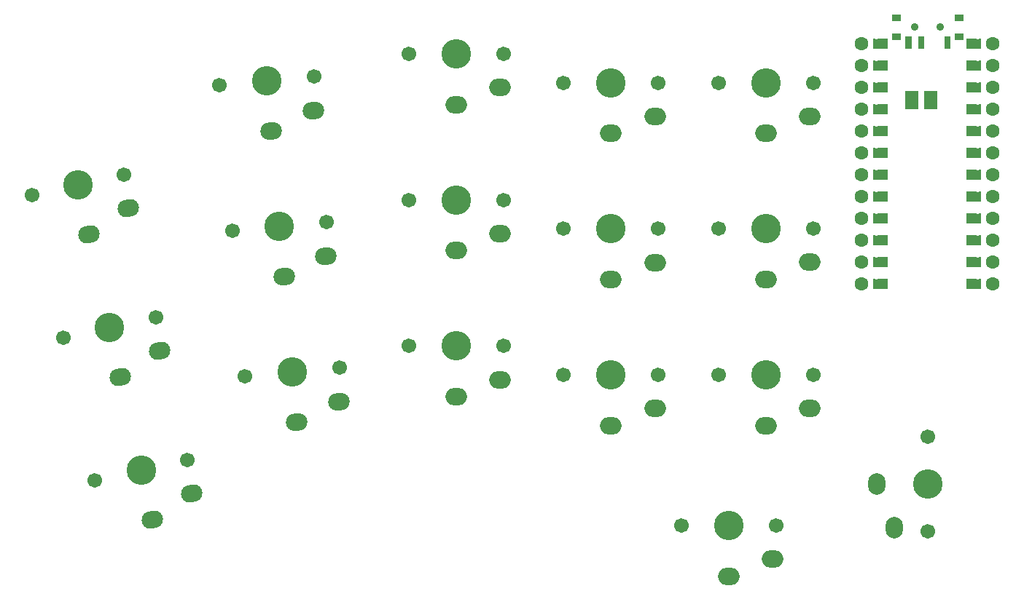
<source format=gbr>
G04 #@! TF.GenerationSoftware,KiCad,Pcbnew,6.0.0-d3dd2cf0fa~116~ubuntu20.04.1*
G04 #@! TF.CreationDate,2022-01-05T19:53:26-05:00*
G04 #@! TF.ProjectId,34,33342e6b-6963-4616-945f-706362585858,0.1*
G04 #@! TF.SameCoordinates,Original*
G04 #@! TF.FileFunction,Soldermask,Top*
G04 #@! TF.FilePolarity,Negative*
%FSLAX46Y46*%
G04 Gerber Fmt 4.6, Leading zero omitted, Abs format (unit mm)*
G04 Created by KiCad (PCBNEW 6.0.0-d3dd2cf0fa~116~ubuntu20.04.1) date 2022-01-05 19:53:26*
%MOMM*%
%LPD*%
G01*
G04 APERTURE LIST*
G04 Aperture macros list*
%AMHorizOval*
0 Thick line with rounded ends*
0 $1 width*
0 $2 $3 position (X,Y) of the first rounded end (center of the circle)*
0 $4 $5 position (X,Y) of the second rounded end (center of the circle)*
0 Add line between two ends*
20,1,$1,$2,$3,$4,$5,0*
0 Add two circle primitives to create the rounded ends*
1,1,$1,$2,$3*
1,1,$1,$4,$5*%
%AMFreePoly0*
4,1,6,0.600000,0.200000,0.000000,-0.400000,-0.600000,0.200000,-0.600000,0.400000,0.600000,0.400000,0.600000,0.200000,0.600000,0.200000,$1*%
%AMFreePoly1*
4,1,6,0.600000,-0.250000,-0.600000,-0.250000,-0.600000,1.000000,0.000000,0.400000,0.600000,1.000000,0.600000,-0.250000,0.600000,-0.250000,$1*%
G04 Aperture macros list end*
%ADD10C,0.100000*%
%ADD11C,1.701800*%
%ADD12C,3.429000*%
%ADD13HorizOval,2.000000X0.244074X0.054110X-0.244074X-0.054110X0*%
%ADD14HorizOval,2.000000X0.249049X0.021789X-0.249049X-0.021789X0*%
%ADD15O,2.500000X2.000000*%
%ADD16O,2.000000X2.500000*%
%ADD17C,1.600000*%
%ADD18FreePoly0,90.000000*%
%ADD19FreePoly0,270.000000*%
%ADD20FreePoly1,270.000000*%
%ADD21FreePoly1,90.000000*%
%ADD22C,0.900000*%
G04 APERTURE END LIST*
D10*
X132829702Y-61386557D02*
X132829702Y-63386557D01*
X132829702Y-63386557D02*
X131429702Y-63386557D01*
X131429702Y-63386557D02*
X131429702Y-61386557D01*
X131429702Y-61386557D02*
X132829702Y-61386557D01*
G36*
X132829702Y-63386557D02*
G01*
X131429702Y-63386557D01*
X131429702Y-61386557D01*
X132829702Y-61386557D01*
X132829702Y-63386557D01*
G37*
X132829702Y-63386557D02*
X131429702Y-63386557D01*
X131429702Y-61386557D01*
X132829702Y-61386557D01*
X132829702Y-63386557D01*
X135028260Y-61386557D02*
X135028260Y-63386557D01*
X135028260Y-63386557D02*
X133628260Y-63386557D01*
X133628260Y-63386557D02*
X133628260Y-61386557D01*
X133628260Y-61386557D02*
X135028260Y-61386557D01*
G36*
X135028260Y-63386557D02*
G01*
X133628260Y-63386557D01*
X133628260Y-61386557D01*
X135028260Y-61386557D01*
X135028260Y-63386557D01*
G37*
X135028260Y-63386557D02*
X133628260Y-63386557D01*
X133628260Y-61386557D01*
X135028260Y-61386557D01*
X135028260Y-63386557D01*
X128912099Y-55347003D02*
X128912099Y-56363003D01*
X128912099Y-56363003D02*
X127896099Y-56363003D01*
X127896099Y-56363003D02*
X127896099Y-55347003D01*
X127896099Y-55347003D02*
X128912099Y-55347003D01*
G36*
X128912099Y-56363003D02*
G01*
X127896099Y-56363003D01*
X127896099Y-55347003D01*
X128912099Y-55347003D01*
X128912099Y-56363003D01*
G37*
X128912099Y-56363003D02*
X127896099Y-56363003D01*
X127896099Y-55347003D01*
X128912099Y-55347003D01*
X128912099Y-56363003D01*
X128912099Y-68047003D02*
X128912099Y-69063003D01*
X128912099Y-69063003D02*
X127896099Y-69063003D01*
X127896099Y-69063003D02*
X127896099Y-68047003D01*
X127896099Y-68047003D02*
X128912099Y-68047003D01*
G36*
X128912099Y-69063003D02*
G01*
X127896099Y-69063003D01*
X127896099Y-68047003D01*
X128912099Y-68047003D01*
X128912099Y-69063003D01*
G37*
X128912099Y-69063003D02*
X127896099Y-69063003D01*
X127896099Y-68047003D01*
X128912099Y-68047003D01*
X128912099Y-69063003D01*
X128912099Y-62967003D02*
X128912099Y-63983003D01*
X128912099Y-63983003D02*
X127896099Y-63983003D01*
X127896099Y-63983003D02*
X127896099Y-62967003D01*
X127896099Y-62967003D02*
X128912099Y-62967003D01*
G36*
X128912099Y-63983003D02*
G01*
X127896099Y-63983003D01*
X127896099Y-62967003D01*
X128912099Y-62967003D01*
X128912099Y-63983003D01*
G37*
X128912099Y-63983003D02*
X127896099Y-63983003D01*
X127896099Y-62967003D01*
X128912099Y-62967003D01*
X128912099Y-63983003D01*
X139072099Y-56363003D02*
X139072099Y-55347003D01*
X139072099Y-55347003D02*
X140088099Y-55347003D01*
X140088099Y-55347003D02*
X140088099Y-56363003D01*
X140088099Y-56363003D02*
X139072099Y-56363003D01*
G36*
X140088099Y-56363003D02*
G01*
X139072099Y-56363003D01*
X139072099Y-55347003D01*
X140088099Y-55347003D01*
X140088099Y-56363003D01*
G37*
X140088099Y-56363003D02*
X139072099Y-56363003D01*
X139072099Y-55347003D01*
X140088099Y-55347003D01*
X140088099Y-56363003D01*
X139072099Y-71603003D02*
X139072099Y-70587003D01*
X139072099Y-70587003D02*
X140088099Y-70587003D01*
X140088099Y-70587003D02*
X140088099Y-71603003D01*
X140088099Y-71603003D02*
X139072099Y-71603003D01*
G36*
X140088099Y-71603003D02*
G01*
X139072099Y-71603003D01*
X139072099Y-70587003D01*
X140088099Y-70587003D01*
X140088099Y-71603003D01*
G37*
X140088099Y-71603003D02*
X139072099Y-71603003D01*
X139072099Y-70587003D01*
X140088099Y-70587003D01*
X140088099Y-71603003D01*
X128912099Y-70587003D02*
X128912099Y-71603003D01*
X128912099Y-71603003D02*
X127896099Y-71603003D01*
X127896099Y-71603003D02*
X127896099Y-70587003D01*
X127896099Y-70587003D02*
X128912099Y-70587003D01*
G36*
X128912099Y-71603003D02*
G01*
X127896099Y-71603003D01*
X127896099Y-70587003D01*
X128912099Y-70587003D01*
X128912099Y-71603003D01*
G37*
X128912099Y-71603003D02*
X127896099Y-71603003D01*
X127896099Y-70587003D01*
X128912099Y-70587003D01*
X128912099Y-71603003D01*
X139072099Y-76683003D02*
X139072099Y-75667003D01*
X139072099Y-75667003D02*
X140088099Y-75667003D01*
X140088099Y-75667003D02*
X140088099Y-76683003D01*
X140088099Y-76683003D02*
X139072099Y-76683003D01*
G36*
X140088099Y-76683003D02*
G01*
X139072099Y-76683003D01*
X139072099Y-75667003D01*
X140088099Y-75667003D01*
X140088099Y-76683003D01*
G37*
X140088099Y-76683003D02*
X139072099Y-76683003D01*
X139072099Y-75667003D01*
X140088099Y-75667003D01*
X140088099Y-76683003D01*
X139072099Y-69063003D02*
X139072099Y-68047003D01*
X139072099Y-68047003D02*
X140088099Y-68047003D01*
X140088099Y-68047003D02*
X140088099Y-69063003D01*
X140088099Y-69063003D02*
X139072099Y-69063003D01*
G36*
X140088099Y-69063003D02*
G01*
X139072099Y-69063003D01*
X139072099Y-68047003D01*
X140088099Y-68047003D01*
X140088099Y-69063003D01*
G37*
X140088099Y-69063003D02*
X139072099Y-69063003D01*
X139072099Y-68047003D01*
X140088099Y-68047003D01*
X140088099Y-69063003D01*
X128912099Y-75667003D02*
X128912099Y-76683003D01*
X128912099Y-76683003D02*
X127896099Y-76683003D01*
X127896099Y-76683003D02*
X127896099Y-75667003D01*
X127896099Y-75667003D02*
X128912099Y-75667003D01*
G36*
X128912099Y-76683003D02*
G01*
X127896099Y-76683003D01*
X127896099Y-75667003D01*
X128912099Y-75667003D01*
X128912099Y-76683003D01*
G37*
X128912099Y-76683003D02*
X127896099Y-76683003D01*
X127896099Y-75667003D01*
X128912099Y-75667003D01*
X128912099Y-76683003D01*
X128912099Y-57887003D02*
X128912099Y-58903003D01*
X128912099Y-58903003D02*
X127896099Y-58903003D01*
X127896099Y-58903003D02*
X127896099Y-57887003D01*
X127896099Y-57887003D02*
X128912099Y-57887003D01*
G36*
X128912099Y-58903003D02*
G01*
X127896099Y-58903003D01*
X127896099Y-57887003D01*
X128912099Y-57887003D01*
X128912099Y-58903003D01*
G37*
X128912099Y-58903003D02*
X127896099Y-58903003D01*
X127896099Y-57887003D01*
X128912099Y-57887003D01*
X128912099Y-58903003D01*
X139072099Y-61443003D02*
X139072099Y-60427003D01*
X139072099Y-60427003D02*
X140088099Y-60427003D01*
X140088099Y-60427003D02*
X140088099Y-61443003D01*
X140088099Y-61443003D02*
X139072099Y-61443003D01*
G36*
X140088099Y-61443003D02*
G01*
X139072099Y-61443003D01*
X139072099Y-60427003D01*
X140088099Y-60427003D01*
X140088099Y-61443003D01*
G37*
X140088099Y-61443003D02*
X139072099Y-61443003D01*
X139072099Y-60427003D01*
X140088099Y-60427003D01*
X140088099Y-61443003D01*
X128912099Y-73127003D02*
X128912099Y-74143003D01*
X128912099Y-74143003D02*
X127896099Y-74143003D01*
X127896099Y-74143003D02*
X127896099Y-73127003D01*
X127896099Y-73127003D02*
X128912099Y-73127003D01*
G36*
X128912099Y-74143003D02*
G01*
X127896099Y-74143003D01*
X127896099Y-73127003D01*
X128912099Y-73127003D01*
X128912099Y-74143003D01*
G37*
X128912099Y-74143003D02*
X127896099Y-74143003D01*
X127896099Y-73127003D01*
X128912099Y-73127003D01*
X128912099Y-74143003D01*
X139072099Y-66523003D02*
X139072099Y-65507003D01*
X139072099Y-65507003D02*
X140088099Y-65507003D01*
X140088099Y-65507003D02*
X140088099Y-66523003D01*
X140088099Y-66523003D02*
X139072099Y-66523003D01*
G36*
X140088099Y-66523003D02*
G01*
X139072099Y-66523003D01*
X139072099Y-65507003D01*
X140088099Y-65507003D01*
X140088099Y-66523003D01*
G37*
X140088099Y-66523003D02*
X139072099Y-66523003D01*
X139072099Y-65507003D01*
X140088099Y-65507003D01*
X140088099Y-66523003D01*
X128912099Y-60427003D02*
X128912099Y-61443003D01*
X128912099Y-61443003D02*
X127896099Y-61443003D01*
X127896099Y-61443003D02*
X127896099Y-60427003D01*
X127896099Y-60427003D02*
X128912099Y-60427003D01*
G36*
X128912099Y-61443003D02*
G01*
X127896099Y-61443003D01*
X127896099Y-60427003D01*
X128912099Y-60427003D01*
X128912099Y-61443003D01*
G37*
X128912099Y-61443003D02*
X127896099Y-61443003D01*
X127896099Y-60427003D01*
X128912099Y-60427003D01*
X128912099Y-61443003D01*
X128912099Y-80747003D02*
X128912099Y-81763003D01*
X128912099Y-81763003D02*
X127896099Y-81763003D01*
X127896099Y-81763003D02*
X127896099Y-80747003D01*
X127896099Y-80747003D02*
X128912099Y-80747003D01*
G36*
X128912099Y-81763003D02*
G01*
X127896099Y-81763003D01*
X127896099Y-80747003D01*
X128912099Y-80747003D01*
X128912099Y-81763003D01*
G37*
X128912099Y-81763003D02*
X127896099Y-81763003D01*
X127896099Y-80747003D01*
X128912099Y-80747003D01*
X128912099Y-81763003D01*
X139072099Y-58903003D02*
X139072099Y-57887003D01*
X139072099Y-57887003D02*
X140088099Y-57887003D01*
X140088099Y-57887003D02*
X140088099Y-58903003D01*
X140088099Y-58903003D02*
X139072099Y-58903003D01*
G36*
X140088099Y-58903003D02*
G01*
X139072099Y-58903003D01*
X139072099Y-57887003D01*
X140088099Y-57887003D01*
X140088099Y-58903003D01*
G37*
X140088099Y-58903003D02*
X139072099Y-58903003D01*
X139072099Y-57887003D01*
X140088099Y-57887003D01*
X140088099Y-58903003D01*
X139072099Y-79223003D02*
X139072099Y-78207003D01*
X139072099Y-78207003D02*
X140088099Y-78207003D01*
X140088099Y-78207003D02*
X140088099Y-79223003D01*
X140088099Y-79223003D02*
X139072099Y-79223003D01*
G36*
X140088099Y-79223003D02*
G01*
X139072099Y-79223003D01*
X139072099Y-78207003D01*
X140088099Y-78207003D01*
X140088099Y-79223003D01*
G37*
X140088099Y-79223003D02*
X139072099Y-79223003D01*
X139072099Y-78207003D01*
X140088099Y-78207003D01*
X140088099Y-79223003D01*
X139072099Y-84303003D02*
X139072099Y-83287003D01*
X139072099Y-83287003D02*
X140088099Y-83287003D01*
X140088099Y-83287003D02*
X140088099Y-84303003D01*
X140088099Y-84303003D02*
X139072099Y-84303003D01*
G36*
X140088099Y-84303003D02*
G01*
X139072099Y-84303003D01*
X139072099Y-83287003D01*
X140088099Y-83287003D01*
X140088099Y-84303003D01*
G37*
X140088099Y-84303003D02*
X139072099Y-84303003D01*
X139072099Y-83287003D01*
X140088099Y-83287003D01*
X140088099Y-84303003D01*
X139072099Y-74143003D02*
X139072099Y-73127003D01*
X139072099Y-73127003D02*
X140088099Y-73127003D01*
X140088099Y-73127003D02*
X140088099Y-74143003D01*
X140088099Y-74143003D02*
X139072099Y-74143003D01*
G36*
X140088099Y-74143003D02*
G01*
X139072099Y-74143003D01*
X139072099Y-73127003D01*
X140088099Y-73127003D01*
X140088099Y-74143003D01*
G37*
X140088099Y-74143003D02*
X139072099Y-74143003D01*
X139072099Y-73127003D01*
X140088099Y-73127003D01*
X140088099Y-74143003D01*
X128912099Y-83287003D02*
X128912099Y-84303003D01*
X128912099Y-84303003D02*
X127896099Y-84303003D01*
X127896099Y-84303003D02*
X127896099Y-83287003D01*
X127896099Y-83287003D02*
X128912099Y-83287003D01*
G36*
X128912099Y-84303003D02*
G01*
X127896099Y-84303003D01*
X127896099Y-83287003D01*
X128912099Y-83287003D01*
X128912099Y-84303003D01*
G37*
X128912099Y-84303003D02*
X127896099Y-84303003D01*
X127896099Y-83287003D01*
X128912099Y-83287003D01*
X128912099Y-84303003D01*
X139072099Y-81763003D02*
X139072099Y-80747003D01*
X139072099Y-80747003D02*
X140088099Y-80747003D01*
X140088099Y-80747003D02*
X140088099Y-81763003D01*
X140088099Y-81763003D02*
X139072099Y-81763003D01*
G36*
X140088099Y-81763003D02*
G01*
X139072099Y-81763003D01*
X139072099Y-80747003D01*
X140088099Y-80747003D01*
X140088099Y-81763003D01*
G37*
X140088099Y-81763003D02*
X139072099Y-81763003D01*
X139072099Y-80747003D01*
X140088099Y-80747003D01*
X140088099Y-81763003D01*
X139072099Y-63983003D02*
X139072099Y-62967003D01*
X139072099Y-62967003D02*
X140088099Y-62967003D01*
X140088099Y-62967003D02*
X140088099Y-63983003D01*
X140088099Y-63983003D02*
X139072099Y-63983003D01*
G36*
X140088099Y-63983003D02*
G01*
X139072099Y-63983003D01*
X139072099Y-62967003D01*
X140088099Y-62967003D01*
X140088099Y-63983003D01*
G37*
X140088099Y-63983003D02*
X139072099Y-63983003D01*
X139072099Y-62967003D01*
X140088099Y-62967003D01*
X140088099Y-63983003D01*
X128912099Y-78207003D02*
X128912099Y-79223003D01*
X128912099Y-79223003D02*
X127896099Y-79223003D01*
X127896099Y-79223003D02*
X127896099Y-78207003D01*
X127896099Y-78207003D02*
X128912099Y-78207003D01*
G36*
X128912099Y-79223003D02*
G01*
X127896099Y-79223003D01*
X127896099Y-78207003D01*
X128912099Y-78207003D01*
X128912099Y-79223003D01*
G37*
X128912099Y-79223003D02*
X127896099Y-79223003D01*
X127896099Y-78207003D01*
X128912099Y-78207003D01*
X128912099Y-79223003D01*
X128912099Y-65507003D02*
X128912099Y-66523003D01*
X128912099Y-66523003D02*
X127896099Y-66523003D01*
X127896099Y-66523003D02*
X127896099Y-65507003D01*
X127896099Y-65507003D02*
X128912099Y-65507003D01*
G36*
X128912099Y-66523003D02*
G01*
X127896099Y-66523003D01*
X127896099Y-65507003D01*
X128912099Y-65507003D01*
X128912099Y-66523003D01*
G37*
X128912099Y-66523003D02*
X127896099Y-66523003D01*
X127896099Y-65507003D01*
X128912099Y-65507003D01*
X128912099Y-66523003D01*
X136550576Y-55011813D02*
X136550576Y-56411813D01*
X136550576Y-56411813D02*
X135950576Y-56411813D01*
X135950576Y-56411813D02*
X135950576Y-55011813D01*
X135950576Y-55011813D02*
X136550576Y-55011813D01*
G36*
X136550576Y-56411813D02*
G01*
X135950576Y-56411813D01*
X135950576Y-55011813D01*
X136550576Y-55011813D01*
X136550576Y-56411813D01*
G37*
X136550576Y-56411813D02*
X135950576Y-56411813D01*
X135950576Y-55011813D01*
X136550576Y-55011813D01*
X136550576Y-56411813D01*
X130800576Y-52511813D02*
X130800576Y-53211813D01*
X130800576Y-53211813D02*
X129900576Y-53211813D01*
X129900576Y-53211813D02*
X129900576Y-52511813D01*
X129900576Y-52511813D02*
X130800576Y-52511813D01*
G36*
X130800576Y-53211813D02*
G01*
X129900576Y-53211813D01*
X129900576Y-52511813D01*
X130800576Y-52511813D01*
X130800576Y-53211813D01*
G37*
X130800576Y-53211813D02*
X129900576Y-53211813D01*
X129900576Y-52511813D01*
X130800576Y-52511813D01*
X130800576Y-53211813D01*
X133550576Y-55011813D02*
X133550576Y-56411813D01*
X133550576Y-56411813D02*
X132950576Y-56411813D01*
X132950576Y-56411813D02*
X132950576Y-55011813D01*
X132950576Y-55011813D02*
X133550576Y-55011813D01*
G36*
X133550576Y-56411813D02*
G01*
X132950576Y-56411813D01*
X132950576Y-55011813D01*
X133550576Y-55011813D01*
X133550576Y-56411813D01*
G37*
X133550576Y-56411813D02*
X132950576Y-56411813D01*
X132950576Y-55011813D01*
X133550576Y-55011813D01*
X133550576Y-56411813D01*
X138100576Y-54711813D02*
X138100576Y-55411813D01*
X138100576Y-55411813D02*
X137200576Y-55411813D01*
X137200576Y-55411813D02*
X137200576Y-54711813D01*
X137200576Y-54711813D02*
X138100576Y-54711813D01*
G36*
X138100576Y-55411813D02*
G01*
X137200576Y-55411813D01*
X137200576Y-54711813D01*
X138100576Y-54711813D01*
X138100576Y-55411813D01*
G37*
X138100576Y-55411813D02*
X137200576Y-55411813D01*
X137200576Y-54711813D01*
X138100576Y-54711813D01*
X138100576Y-55411813D01*
X138100576Y-52511813D02*
X138100576Y-53211813D01*
X138100576Y-53211813D02*
X137200576Y-53211813D01*
X137200576Y-53211813D02*
X137200576Y-52511813D01*
X137200576Y-52511813D02*
X138100576Y-52511813D01*
G36*
X138100576Y-53211813D02*
G01*
X137200576Y-53211813D01*
X137200576Y-52511813D01*
X138100576Y-52511813D01*
X138100576Y-53211813D01*
G37*
X138100576Y-53211813D02*
X137200576Y-53211813D01*
X137200576Y-52511813D01*
X138100576Y-52511813D01*
X138100576Y-53211813D01*
X132050576Y-55011813D02*
X132050576Y-56411813D01*
X132050576Y-56411813D02*
X131450576Y-56411813D01*
X131450576Y-56411813D02*
X131450576Y-55011813D01*
X131450576Y-55011813D02*
X132050576Y-55011813D01*
G36*
X132050576Y-56411813D02*
G01*
X131450576Y-56411813D01*
X131450576Y-55011813D01*
X132050576Y-55011813D01*
X132050576Y-56411813D01*
G37*
X132050576Y-56411813D02*
X131450576Y-56411813D01*
X131450576Y-55011813D01*
X132050576Y-55011813D01*
X132050576Y-56411813D01*
X130800576Y-54711813D02*
X130800576Y-55411813D01*
X130800576Y-55411813D02*
X129900576Y-55411813D01*
X129900576Y-55411813D02*
X129900576Y-54711813D01*
X129900576Y-54711813D02*
X130800576Y-54711813D01*
G36*
X130800576Y-55411813D02*
G01*
X129900576Y-55411813D01*
X129900576Y-54711813D01*
X130800576Y-54711813D01*
X130800576Y-55411813D01*
G37*
X130800576Y-55411813D02*
X129900576Y-55411813D01*
X129900576Y-54711813D01*
X130800576Y-54711813D01*
X130800576Y-55411813D01*
D11*
X29939896Y-73493393D03*
X40679152Y-71112557D03*
D12*
X35309524Y-72302975D03*
D13*
X41132748Y-75006687D03*
X36586518Y-78063121D03*
D12*
X57238860Y-60190585D03*
D11*
X51759789Y-60669942D03*
X62717931Y-59711228D03*
D14*
X62659360Y-63631250D03*
X57753079Y-66068134D03*
D11*
X73744393Y-57058851D03*
X84744393Y-57058851D03*
D12*
X79244393Y-57058851D03*
D15*
X84344393Y-60958851D03*
X79244393Y-62958851D03*
D12*
X97233086Y-60427567D03*
D11*
X91733086Y-60427567D03*
X102733086Y-60427567D03*
D15*
X102333086Y-64327567D03*
X97233086Y-66327567D03*
D11*
X120725000Y-60425000D03*
D12*
X115225000Y-60425000D03*
D11*
X109725000Y-60425000D03*
D15*
X120325000Y-64325000D03*
X115225000Y-66325000D03*
D11*
X44358628Y-87709582D03*
D12*
X38989000Y-88900000D03*
D11*
X33619372Y-90090418D03*
D13*
X44812224Y-91603712D03*
X40265994Y-94660146D03*
D11*
X53241431Y-77605258D03*
X64199573Y-76646544D03*
D12*
X58720502Y-77125901D03*
D14*
X64141002Y-80566566D03*
X59234721Y-83003450D03*
D12*
X79244389Y-74058851D03*
D11*
X84744389Y-74058851D03*
X73744389Y-74058851D03*
D15*
X84344389Y-77958851D03*
X79244389Y-79958851D03*
D11*
X102733093Y-77427564D03*
X91733093Y-77427564D03*
D12*
X97233093Y-77427564D03*
D15*
X102333093Y-81327564D03*
X97233093Y-83327564D03*
D11*
X109725004Y-77424999D03*
X120725004Y-77424999D03*
D12*
X115225004Y-77424999D03*
D15*
X120325004Y-81324999D03*
X115225004Y-83324999D03*
D12*
X60202150Y-94061209D03*
D11*
X54723079Y-94540566D03*
X65681221Y-93581852D03*
D14*
X65622650Y-97501874D03*
X60716369Y-99938758D03*
D12*
X79244382Y-91058862D03*
D11*
X84744382Y-91058862D03*
X73744382Y-91058862D03*
D15*
X84344382Y-94958862D03*
X79244382Y-96958862D03*
D11*
X91733093Y-94427566D03*
D12*
X97233093Y-94427566D03*
D11*
X102733093Y-94427566D03*
D15*
X102333093Y-98327566D03*
X97233093Y-100327566D03*
D12*
X110925000Y-111925000D03*
D11*
X105425000Y-111925000D03*
X116425000Y-111925000D03*
D15*
X116025000Y-115825000D03*
X110925000Y-117825000D03*
D12*
X134025000Y-107096575D03*
D11*
X134025000Y-101596575D03*
X134025000Y-112596575D03*
D16*
X130125000Y-112196575D03*
X128125000Y-107096575D03*
D17*
X126372099Y-55855003D03*
X141612099Y-66015003D03*
D18*
X128150099Y-63475003D03*
D19*
X139834099Y-73635003D03*
D17*
X141612099Y-60935003D03*
X126372099Y-63475003D03*
X126372099Y-68555003D03*
D18*
X128150099Y-78715003D03*
X128150099Y-83795003D03*
D17*
X141612099Y-71095003D03*
D18*
X128150099Y-76175003D03*
D17*
X141612099Y-83795003D03*
D19*
X139834099Y-78715003D03*
D18*
X128150099Y-68555003D03*
X128150099Y-71095003D03*
D17*
X126372099Y-58395003D03*
X141612099Y-76175003D03*
D18*
X128150099Y-55855003D03*
D17*
X141612099Y-68555003D03*
X141612099Y-55855003D03*
D18*
X128150099Y-58395003D03*
X128150099Y-81255003D03*
D19*
X139834099Y-81255003D03*
D17*
X141612099Y-73635003D03*
X141612099Y-63475003D03*
X126372099Y-60935003D03*
D18*
X128150099Y-66015003D03*
D19*
X139834099Y-71095003D03*
D17*
X126372099Y-81255003D03*
X126372099Y-71095003D03*
D18*
X128150099Y-60935003D03*
D17*
X126372099Y-78715003D03*
D19*
X139834099Y-66015003D03*
D17*
X141612099Y-58395003D03*
D19*
X139834099Y-60935003D03*
D17*
X126372099Y-66015003D03*
D19*
X139834099Y-63475003D03*
D17*
X126372099Y-76175003D03*
D19*
X139834099Y-58395003D03*
D17*
X126372099Y-83795003D03*
D19*
X139834099Y-55855003D03*
D17*
X126372099Y-73635003D03*
D19*
X139834099Y-76175003D03*
D17*
X141612099Y-81255003D03*
D19*
X139834099Y-83795003D03*
D18*
X128150099Y-73635003D03*
D19*
X139834099Y-68555003D03*
D17*
X141612099Y-78715003D03*
D20*
X138818099Y-55855003D03*
X138818099Y-58395003D03*
X138818099Y-60935003D03*
X138818099Y-63475003D03*
X138818099Y-66015003D03*
X138818099Y-68555003D03*
X138818099Y-71095003D03*
X138818099Y-73635003D03*
X138818099Y-76175003D03*
X138818099Y-78715003D03*
X138818099Y-81255003D03*
X138818099Y-83795003D03*
D21*
X129166099Y-83795003D03*
X129166099Y-81255003D03*
X129166099Y-78715003D03*
X129166099Y-76175003D03*
X129166099Y-73635003D03*
X129166099Y-71095003D03*
X129166099Y-68555003D03*
X129166099Y-66015003D03*
X129166099Y-63475003D03*
X129166099Y-60935003D03*
X129166099Y-58395003D03*
X129166099Y-55855003D03*
D11*
X37294515Y-106688065D03*
D12*
X42664143Y-105497647D03*
D11*
X48033771Y-104307229D03*
D13*
X48487367Y-108201359D03*
X43941137Y-111257793D03*
D22*
X135500576Y-53961813D03*
X132500576Y-53961813D03*
X135500576Y-53961813D03*
X132500576Y-53961813D03*
D11*
X109741911Y-94422430D03*
X120741911Y-94422430D03*
D12*
X115241911Y-94422430D03*
D15*
X120341911Y-98322430D03*
X115241911Y-100322430D03*
M02*

</source>
